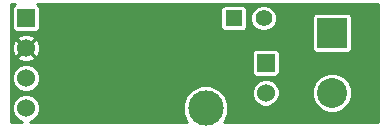
<source format=gbl>
G04 (created by PCBNEW (2013-07-07 BZR 4022)-stable) date 25/02/2014 10:24:33*
%MOIN*%
G04 Gerber Fmt 3.4, Leading zero omitted, Abs format*
%FSLAX34Y34*%
G01*
G70*
G90*
G04 APERTURE LIST*
%ADD10C,0.00590551*%
%ADD11R,0.06X0.06*%
%ADD12C,0.06*%
%ADD13C,0.11811*%
%ADD14R,0.055X0.055*%
%ADD15C,0.055*%
%ADD16R,0.1X0.1*%
%ADD17C,0.1*%
%ADD18C,0.035*%
%ADD19C,0.00984252*%
G04 APERTURE END LIST*
G54D10*
G54D11*
X53750Y-70675D03*
G54D12*
X53750Y-71675D03*
X53750Y-72675D03*
X53750Y-73675D03*
G54D11*
X61740Y-72160D03*
G54D12*
X61740Y-73160D03*
G54D13*
X59740Y-73680D03*
G54D14*
X60675Y-70675D03*
G54D15*
X61675Y-70675D03*
G54D16*
X63960Y-71160D03*
G54D17*
X63960Y-73160D03*
G54D18*
X58940Y-71320D03*
X55260Y-71200D03*
X56780Y-72660D03*
G54D10*
G36*
X65478Y-74128D02*
X64627Y-74128D01*
X64627Y-73027D01*
X64627Y-73027D01*
X64627Y-71626D01*
X64627Y-70626D01*
X64601Y-70565D01*
X64554Y-70518D01*
X64493Y-70492D01*
X64426Y-70492D01*
X63426Y-70492D01*
X63365Y-70518D01*
X63318Y-70565D01*
X63292Y-70626D01*
X63292Y-70693D01*
X63292Y-71693D01*
X63318Y-71754D01*
X63365Y-71801D01*
X63426Y-71827D01*
X63493Y-71827D01*
X64493Y-71827D01*
X64554Y-71801D01*
X64601Y-71754D01*
X64627Y-71693D01*
X64627Y-71626D01*
X64627Y-73027D01*
X64526Y-72782D01*
X64338Y-72594D01*
X64093Y-72492D01*
X63827Y-72492D01*
X63582Y-72593D01*
X63394Y-72781D01*
X63292Y-73026D01*
X63292Y-73292D01*
X63393Y-73537D01*
X63581Y-73725D01*
X63826Y-73827D01*
X64092Y-73827D01*
X64337Y-73726D01*
X64525Y-73538D01*
X64627Y-73293D01*
X64627Y-73027D01*
X64627Y-74128D01*
X62207Y-74128D01*
X62207Y-73067D01*
X62207Y-73067D01*
X62207Y-72426D01*
X62207Y-71826D01*
X62181Y-71765D01*
X62134Y-71718D01*
X62117Y-71710D01*
X62117Y-70587D01*
X62050Y-70424D01*
X61925Y-70300D01*
X61763Y-70232D01*
X61587Y-70232D01*
X61424Y-70299D01*
X61300Y-70424D01*
X61232Y-70586D01*
X61232Y-70762D01*
X61299Y-70925D01*
X61424Y-71049D01*
X61586Y-71117D01*
X61762Y-71117D01*
X61925Y-71050D01*
X62049Y-70925D01*
X62117Y-70763D01*
X62117Y-70587D01*
X62117Y-71710D01*
X62073Y-71692D01*
X62006Y-71692D01*
X61406Y-71692D01*
X61345Y-71718D01*
X61298Y-71765D01*
X61272Y-71826D01*
X61272Y-71893D01*
X61272Y-72493D01*
X61298Y-72554D01*
X61345Y-72601D01*
X61406Y-72627D01*
X61473Y-72627D01*
X62073Y-72627D01*
X62134Y-72601D01*
X62181Y-72554D01*
X62207Y-72493D01*
X62207Y-72426D01*
X62207Y-73067D01*
X62136Y-72895D01*
X62005Y-72764D01*
X61833Y-72692D01*
X61647Y-72692D01*
X61475Y-72763D01*
X61344Y-72894D01*
X61272Y-73066D01*
X61272Y-73252D01*
X61343Y-73424D01*
X61474Y-73555D01*
X61646Y-73627D01*
X61832Y-73627D01*
X62004Y-73556D01*
X62135Y-73425D01*
X62207Y-73253D01*
X62207Y-73067D01*
X62207Y-74128D01*
X61117Y-74128D01*
X61117Y-70916D01*
X61117Y-70366D01*
X61091Y-70305D01*
X61044Y-70258D01*
X60983Y-70232D01*
X60916Y-70232D01*
X60366Y-70232D01*
X60305Y-70258D01*
X60258Y-70305D01*
X60232Y-70366D01*
X60232Y-70433D01*
X60232Y-70983D01*
X60258Y-71044D01*
X60305Y-71091D01*
X60366Y-71117D01*
X60433Y-71117D01*
X60983Y-71117D01*
X61044Y-71091D01*
X61091Y-71044D01*
X61117Y-70983D01*
X61117Y-70916D01*
X61117Y-74128D01*
X60363Y-74128D01*
X60382Y-74109D01*
X60497Y-73831D01*
X60498Y-73529D01*
X60382Y-73251D01*
X60169Y-73037D01*
X59891Y-72922D01*
X59589Y-72921D01*
X59311Y-73037D01*
X59097Y-73250D01*
X58982Y-73528D01*
X58981Y-73830D01*
X59097Y-74108D01*
X59116Y-74128D01*
X54218Y-74128D01*
X54218Y-71590D01*
X54151Y-71417D01*
X54141Y-71402D01*
X54064Y-71374D01*
X54050Y-71388D01*
X54050Y-71360D01*
X54022Y-71283D01*
X53851Y-71209D01*
X53665Y-71206D01*
X53492Y-71273D01*
X53477Y-71283D01*
X53449Y-71360D01*
X53750Y-71661D01*
X54050Y-71360D01*
X54050Y-71388D01*
X53763Y-71675D01*
X54064Y-71975D01*
X54141Y-71947D01*
X54215Y-71776D01*
X54218Y-71590D01*
X54218Y-74128D01*
X53877Y-74128D01*
X54014Y-74071D01*
X54145Y-73940D01*
X54217Y-73768D01*
X54217Y-73582D01*
X54217Y-72582D01*
X54146Y-72410D01*
X54050Y-72314D01*
X54050Y-71989D01*
X53750Y-71688D01*
X53736Y-71702D01*
X53736Y-71675D01*
X53435Y-71374D01*
X53358Y-71402D01*
X53284Y-71573D01*
X53281Y-71759D01*
X53348Y-71932D01*
X53358Y-71947D01*
X53435Y-71975D01*
X53736Y-71675D01*
X53736Y-71702D01*
X53449Y-71989D01*
X53477Y-72066D01*
X53648Y-72140D01*
X53834Y-72143D01*
X54007Y-72076D01*
X54022Y-72066D01*
X54050Y-71989D01*
X54050Y-72314D01*
X54015Y-72279D01*
X53843Y-72207D01*
X53657Y-72207D01*
X53485Y-72278D01*
X53354Y-72409D01*
X53282Y-72581D01*
X53282Y-72767D01*
X53353Y-72939D01*
X53484Y-73070D01*
X53656Y-73142D01*
X53842Y-73142D01*
X54014Y-73071D01*
X54145Y-72940D01*
X54217Y-72768D01*
X54217Y-72582D01*
X54217Y-73582D01*
X54146Y-73410D01*
X54015Y-73279D01*
X53843Y-73207D01*
X53657Y-73207D01*
X53485Y-73278D01*
X53354Y-73409D01*
X53282Y-73581D01*
X53282Y-73767D01*
X53353Y-73939D01*
X53484Y-74070D01*
X53622Y-74128D01*
X53246Y-74128D01*
X53246Y-70221D01*
X53382Y-70221D01*
X53355Y-70233D01*
X53308Y-70280D01*
X53282Y-70341D01*
X53282Y-70408D01*
X53282Y-71008D01*
X53308Y-71069D01*
X53355Y-71116D01*
X53416Y-71142D01*
X53483Y-71142D01*
X54083Y-71142D01*
X54144Y-71116D01*
X54191Y-71069D01*
X54217Y-71008D01*
X54217Y-70941D01*
X54217Y-70341D01*
X54191Y-70280D01*
X54144Y-70233D01*
X54117Y-70221D01*
X65478Y-70221D01*
X65478Y-74128D01*
X65478Y-74128D01*
G37*
G54D19*
X65478Y-74128D02*
X64627Y-74128D01*
X64627Y-73027D01*
X64627Y-73027D01*
X64627Y-71626D01*
X64627Y-70626D01*
X64601Y-70565D01*
X64554Y-70518D01*
X64493Y-70492D01*
X64426Y-70492D01*
X63426Y-70492D01*
X63365Y-70518D01*
X63318Y-70565D01*
X63292Y-70626D01*
X63292Y-70693D01*
X63292Y-71693D01*
X63318Y-71754D01*
X63365Y-71801D01*
X63426Y-71827D01*
X63493Y-71827D01*
X64493Y-71827D01*
X64554Y-71801D01*
X64601Y-71754D01*
X64627Y-71693D01*
X64627Y-71626D01*
X64627Y-73027D01*
X64526Y-72782D01*
X64338Y-72594D01*
X64093Y-72492D01*
X63827Y-72492D01*
X63582Y-72593D01*
X63394Y-72781D01*
X63292Y-73026D01*
X63292Y-73292D01*
X63393Y-73537D01*
X63581Y-73725D01*
X63826Y-73827D01*
X64092Y-73827D01*
X64337Y-73726D01*
X64525Y-73538D01*
X64627Y-73293D01*
X64627Y-73027D01*
X64627Y-74128D01*
X62207Y-74128D01*
X62207Y-73067D01*
X62207Y-73067D01*
X62207Y-72426D01*
X62207Y-71826D01*
X62181Y-71765D01*
X62134Y-71718D01*
X62117Y-71710D01*
X62117Y-70587D01*
X62050Y-70424D01*
X61925Y-70300D01*
X61763Y-70232D01*
X61587Y-70232D01*
X61424Y-70299D01*
X61300Y-70424D01*
X61232Y-70586D01*
X61232Y-70762D01*
X61299Y-70925D01*
X61424Y-71049D01*
X61586Y-71117D01*
X61762Y-71117D01*
X61925Y-71050D01*
X62049Y-70925D01*
X62117Y-70763D01*
X62117Y-70587D01*
X62117Y-71710D01*
X62073Y-71692D01*
X62006Y-71692D01*
X61406Y-71692D01*
X61345Y-71718D01*
X61298Y-71765D01*
X61272Y-71826D01*
X61272Y-71893D01*
X61272Y-72493D01*
X61298Y-72554D01*
X61345Y-72601D01*
X61406Y-72627D01*
X61473Y-72627D01*
X62073Y-72627D01*
X62134Y-72601D01*
X62181Y-72554D01*
X62207Y-72493D01*
X62207Y-72426D01*
X62207Y-73067D01*
X62136Y-72895D01*
X62005Y-72764D01*
X61833Y-72692D01*
X61647Y-72692D01*
X61475Y-72763D01*
X61344Y-72894D01*
X61272Y-73066D01*
X61272Y-73252D01*
X61343Y-73424D01*
X61474Y-73555D01*
X61646Y-73627D01*
X61832Y-73627D01*
X62004Y-73556D01*
X62135Y-73425D01*
X62207Y-73253D01*
X62207Y-73067D01*
X62207Y-74128D01*
X61117Y-74128D01*
X61117Y-70916D01*
X61117Y-70366D01*
X61091Y-70305D01*
X61044Y-70258D01*
X60983Y-70232D01*
X60916Y-70232D01*
X60366Y-70232D01*
X60305Y-70258D01*
X60258Y-70305D01*
X60232Y-70366D01*
X60232Y-70433D01*
X60232Y-70983D01*
X60258Y-71044D01*
X60305Y-71091D01*
X60366Y-71117D01*
X60433Y-71117D01*
X60983Y-71117D01*
X61044Y-71091D01*
X61091Y-71044D01*
X61117Y-70983D01*
X61117Y-70916D01*
X61117Y-74128D01*
X60363Y-74128D01*
X60382Y-74109D01*
X60497Y-73831D01*
X60498Y-73529D01*
X60382Y-73251D01*
X60169Y-73037D01*
X59891Y-72922D01*
X59589Y-72921D01*
X59311Y-73037D01*
X59097Y-73250D01*
X58982Y-73528D01*
X58981Y-73830D01*
X59097Y-74108D01*
X59116Y-74128D01*
X54218Y-74128D01*
X54218Y-71590D01*
X54151Y-71417D01*
X54141Y-71402D01*
X54064Y-71374D01*
X54050Y-71388D01*
X54050Y-71360D01*
X54022Y-71283D01*
X53851Y-71209D01*
X53665Y-71206D01*
X53492Y-71273D01*
X53477Y-71283D01*
X53449Y-71360D01*
X53750Y-71661D01*
X54050Y-71360D01*
X54050Y-71388D01*
X53763Y-71675D01*
X54064Y-71975D01*
X54141Y-71947D01*
X54215Y-71776D01*
X54218Y-71590D01*
X54218Y-74128D01*
X53877Y-74128D01*
X54014Y-74071D01*
X54145Y-73940D01*
X54217Y-73768D01*
X54217Y-73582D01*
X54217Y-72582D01*
X54146Y-72410D01*
X54050Y-72314D01*
X54050Y-71989D01*
X53750Y-71688D01*
X53736Y-71702D01*
X53736Y-71675D01*
X53435Y-71374D01*
X53358Y-71402D01*
X53284Y-71573D01*
X53281Y-71759D01*
X53348Y-71932D01*
X53358Y-71947D01*
X53435Y-71975D01*
X53736Y-71675D01*
X53736Y-71702D01*
X53449Y-71989D01*
X53477Y-72066D01*
X53648Y-72140D01*
X53834Y-72143D01*
X54007Y-72076D01*
X54022Y-72066D01*
X54050Y-71989D01*
X54050Y-72314D01*
X54015Y-72279D01*
X53843Y-72207D01*
X53657Y-72207D01*
X53485Y-72278D01*
X53354Y-72409D01*
X53282Y-72581D01*
X53282Y-72767D01*
X53353Y-72939D01*
X53484Y-73070D01*
X53656Y-73142D01*
X53842Y-73142D01*
X54014Y-73071D01*
X54145Y-72940D01*
X54217Y-72768D01*
X54217Y-72582D01*
X54217Y-73582D01*
X54146Y-73410D01*
X54015Y-73279D01*
X53843Y-73207D01*
X53657Y-73207D01*
X53485Y-73278D01*
X53354Y-73409D01*
X53282Y-73581D01*
X53282Y-73767D01*
X53353Y-73939D01*
X53484Y-74070D01*
X53622Y-74128D01*
X53246Y-74128D01*
X53246Y-70221D01*
X53382Y-70221D01*
X53355Y-70233D01*
X53308Y-70280D01*
X53282Y-70341D01*
X53282Y-70408D01*
X53282Y-71008D01*
X53308Y-71069D01*
X53355Y-71116D01*
X53416Y-71142D01*
X53483Y-71142D01*
X54083Y-71142D01*
X54144Y-71116D01*
X54191Y-71069D01*
X54217Y-71008D01*
X54217Y-70941D01*
X54217Y-70341D01*
X54191Y-70280D01*
X54144Y-70233D01*
X54117Y-70221D01*
X65478Y-70221D01*
X65478Y-74128D01*
M02*

</source>
